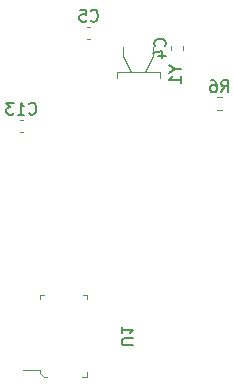
<source format=gbr>
%TF.GenerationSoftware,KiCad,Pcbnew,(5.1.9)-1*%
%TF.CreationDate,2021-02-22T18:11:06+01:00*%
%TF.ProjectId,bluePillG,626c7565-5069-46c6-9c47-2e6b69636164,rev?*%
%TF.SameCoordinates,Original*%
%TF.FileFunction,Legend,Bot*%
%TF.FilePolarity,Positive*%
%FSLAX46Y46*%
G04 Gerber Fmt 4.6, Leading zero omitted, Abs format (unit mm)*
G04 Created by KiCad (PCBNEW (5.1.9)-1) date 2021-02-22 18:11:06*
%MOMM*%
%LPD*%
G01*
G04 APERTURE LIST*
%ADD10C,0.100000*%
%ADD11C,0.120000*%
%ADD12C,0.150000*%
G04 APERTURE END LIST*
D10*
%TO.C,U1*%
X68015000Y-85425000D02*
X67715000Y-85425000D01*
X68015000Y-85750000D02*
X68015000Y-85425000D01*
X64065000Y-85425000D02*
X64065000Y-85775000D01*
X64415000Y-85425000D02*
X64065000Y-85425000D01*
X68015000Y-92375000D02*
X67640000Y-92375000D01*
X68015000Y-91925000D02*
X68015000Y-92375000D01*
X64065000Y-91750000D02*
X62615000Y-91750000D01*
X64065000Y-92050000D02*
X64065000Y-91750000D01*
X64440000Y-92375000D02*
X64065000Y-92050000D01*
X64690000Y-92375000D02*
X64440000Y-92375000D01*
D11*
%TO.C,Y1*%
X71120000Y-65154000D02*
X71120000Y-64454000D01*
X71790000Y-66554000D02*
X71120000Y-65154000D01*
X73660000Y-65154000D02*
X73660000Y-64454000D01*
X72990000Y-66554000D02*
X73660000Y-65154000D01*
X70590000Y-66554000D02*
X70590000Y-67054000D01*
X74190000Y-66554000D02*
X70590000Y-66554000D01*
X74190000Y-67054000D02*
X74190000Y-66554000D01*
%TO.C,R6*%
X79484758Y-69737500D02*
X79010242Y-69737500D01*
X79484758Y-68692500D02*
X79010242Y-68692500D01*
%TO.C,C13*%
X62624580Y-71630000D02*
X62343420Y-71630000D01*
X62624580Y-70610000D02*
X62343420Y-70610000D01*
%TO.C,C5*%
X68326580Y-63756000D02*
X68045420Y-63756000D01*
X68326580Y-62736000D02*
X68045420Y-62736000D01*
%TO.C,C4*%
X76202000Y-64375420D02*
X76202000Y-64656580D01*
X75182000Y-64375420D02*
X75182000Y-64656580D01*
%TO.C,U1*%
D12*
X71962619Y-89661904D02*
X71153095Y-89661904D01*
X71057857Y-89614285D01*
X71010238Y-89566666D01*
X70962619Y-89471428D01*
X70962619Y-89280952D01*
X71010238Y-89185714D01*
X71057857Y-89138095D01*
X71153095Y-89090476D01*
X71962619Y-89090476D01*
X70962619Y-88090476D02*
X70962619Y-88661904D01*
X70962619Y-88376190D02*
X71962619Y-88376190D01*
X71819761Y-88471428D01*
X71724523Y-88566666D01*
X71676904Y-88661904D01*
%TO.C,Y1*%
X75486190Y-66277809D02*
X75962380Y-66277809D01*
X74962380Y-65944476D02*
X75486190Y-66277809D01*
X74962380Y-66611142D01*
X75962380Y-67468285D02*
X75962380Y-66896857D01*
X75962380Y-67182571D02*
X74962380Y-67182571D01*
X75105238Y-67087333D01*
X75200476Y-66992095D01*
X75248095Y-66896857D01*
%TO.C,R6*%
X79414166Y-68237380D02*
X79747500Y-67761190D01*
X79985595Y-68237380D02*
X79985595Y-67237380D01*
X79604642Y-67237380D01*
X79509404Y-67285000D01*
X79461785Y-67332619D01*
X79414166Y-67427857D01*
X79414166Y-67570714D01*
X79461785Y-67665952D01*
X79509404Y-67713571D01*
X79604642Y-67761190D01*
X79985595Y-67761190D01*
X78557023Y-67237380D02*
X78747500Y-67237380D01*
X78842738Y-67285000D01*
X78890357Y-67332619D01*
X78985595Y-67475476D01*
X79033214Y-67665952D01*
X79033214Y-68046904D01*
X78985595Y-68142142D01*
X78937976Y-68189761D01*
X78842738Y-68237380D01*
X78652261Y-68237380D01*
X78557023Y-68189761D01*
X78509404Y-68142142D01*
X78461785Y-68046904D01*
X78461785Y-67808809D01*
X78509404Y-67713571D01*
X78557023Y-67665952D01*
X78652261Y-67618333D01*
X78842738Y-67618333D01*
X78937976Y-67665952D01*
X78985595Y-67713571D01*
X79033214Y-67808809D01*
%TO.C,C13*%
X63126857Y-70047142D02*
X63174476Y-70094761D01*
X63317333Y-70142380D01*
X63412571Y-70142380D01*
X63555428Y-70094761D01*
X63650666Y-69999523D01*
X63698285Y-69904285D01*
X63745904Y-69713809D01*
X63745904Y-69570952D01*
X63698285Y-69380476D01*
X63650666Y-69285238D01*
X63555428Y-69190000D01*
X63412571Y-69142380D01*
X63317333Y-69142380D01*
X63174476Y-69190000D01*
X63126857Y-69237619D01*
X62174476Y-70142380D02*
X62745904Y-70142380D01*
X62460190Y-70142380D02*
X62460190Y-69142380D01*
X62555428Y-69285238D01*
X62650666Y-69380476D01*
X62745904Y-69428095D01*
X61841142Y-69142380D02*
X61222095Y-69142380D01*
X61555428Y-69523333D01*
X61412571Y-69523333D01*
X61317333Y-69570952D01*
X61269714Y-69618571D01*
X61222095Y-69713809D01*
X61222095Y-69951904D01*
X61269714Y-70047142D01*
X61317333Y-70094761D01*
X61412571Y-70142380D01*
X61698285Y-70142380D01*
X61793523Y-70094761D01*
X61841142Y-70047142D01*
%TO.C,C5*%
X68352666Y-62173142D02*
X68400285Y-62220761D01*
X68543142Y-62268380D01*
X68638380Y-62268380D01*
X68781238Y-62220761D01*
X68876476Y-62125523D01*
X68924095Y-62030285D01*
X68971714Y-61839809D01*
X68971714Y-61696952D01*
X68924095Y-61506476D01*
X68876476Y-61411238D01*
X68781238Y-61316000D01*
X68638380Y-61268380D01*
X68543142Y-61268380D01*
X68400285Y-61316000D01*
X68352666Y-61363619D01*
X67447904Y-61268380D02*
X67924095Y-61268380D01*
X67971714Y-61744571D01*
X67924095Y-61696952D01*
X67828857Y-61649333D01*
X67590761Y-61649333D01*
X67495523Y-61696952D01*
X67447904Y-61744571D01*
X67400285Y-61839809D01*
X67400285Y-62077904D01*
X67447904Y-62173142D01*
X67495523Y-62220761D01*
X67590761Y-62268380D01*
X67828857Y-62268380D01*
X67924095Y-62220761D01*
X67971714Y-62173142D01*
%TO.C,C4*%
X74619142Y-64349333D02*
X74666761Y-64301714D01*
X74714380Y-64158857D01*
X74714380Y-64063619D01*
X74666761Y-63920761D01*
X74571523Y-63825523D01*
X74476285Y-63777904D01*
X74285809Y-63730285D01*
X74142952Y-63730285D01*
X73952476Y-63777904D01*
X73857238Y-63825523D01*
X73762000Y-63920761D01*
X73714380Y-64063619D01*
X73714380Y-64158857D01*
X73762000Y-64301714D01*
X73809619Y-64349333D01*
X74047714Y-65206476D02*
X74714380Y-65206476D01*
X73666761Y-64968380D02*
X74381047Y-64730285D01*
X74381047Y-65349333D01*
%TD*%
M02*

</source>
